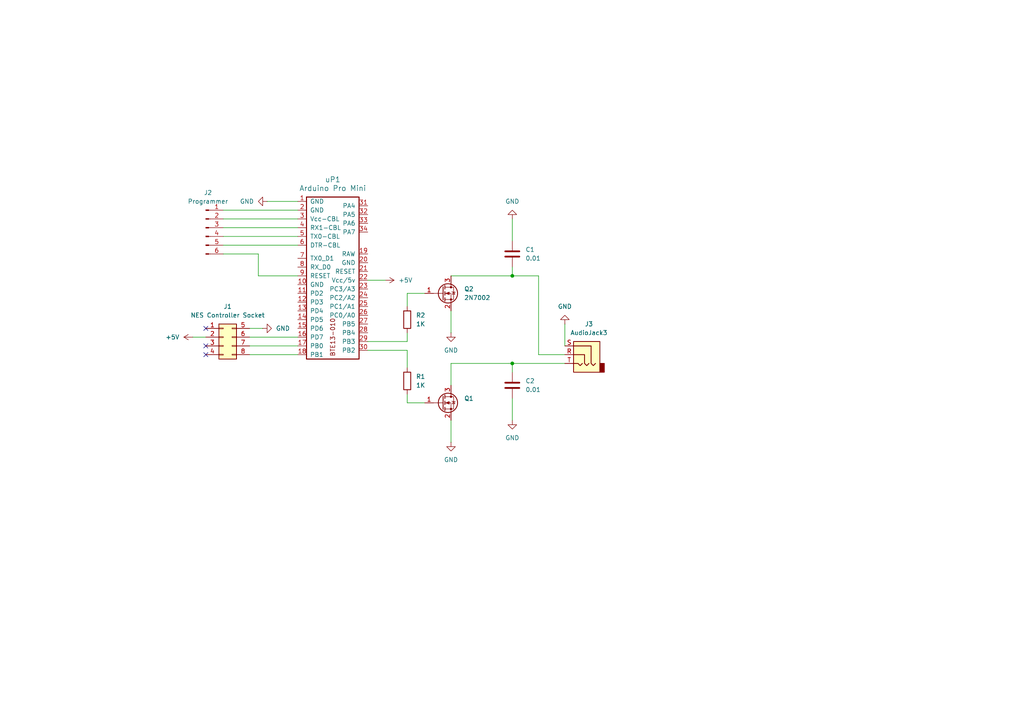
<source format=kicad_sch>
(kicad_sch (version 20231120) (generator "eeschema") (generator_version "8.0")
  (paper "A4")
  (lib_symbols
    (symbol "Connector:Conn_01x06_Pin" (pin_names (offset 1.016) hide)
      (property "Reference" "J" (at 0 7.62 0))
      (property "Value" "Conn_01x06_Pin" (at 0 -10.16 0))
      (symbol "Conn_01x06_Pin_1_1"
        (polyline (pts (xy 1.27 -7.62) (xy 0.8636 -7.62)) (stroke (width 0.1524)))
        (polyline (pts (xy 1.27 -5.08) (xy 0.8636 -5.08)) (stroke (width 0.1524)))
        (polyline (pts (xy 1.27 -2.54) (xy 0.8636 -2.54)) (stroke (width 0.1524)))
        (polyline (pts (xy 1.27 0) (xy 0.8636 0)) (stroke (width 0.1524)))
        (polyline (pts (xy 1.27 2.54) (xy 0.8636 2.54)) (stroke (width 0.1524)))
        (polyline (pts (xy 1.27 5.08) (xy 0.8636 5.08)) (stroke (width 0.1524)))
        (rectangle (start 0.8636 -7.493) (end 0 -7.747) (stroke (width 0.1524)) (fill (type outline)))
        (rectangle (start 0.8636 -4.953) (end 0 -5.207) (stroke (width 0.1524)) (fill (type outline)))
        (rectangle (start 0.8636 -2.413) (end 0 -2.667) (stroke (width 0.1524)) (fill (type outline)))
        (rectangle (start 0.8636 0.127) (end 0 -0.127) (stroke (width 0.1524)) (fill (type outline)))
        (rectangle (start 0.8636 2.667) (end 0 2.413) (stroke (width 0.1524)) (fill (type outline)))
        (rectangle (start 0.8636 5.207) (end 0 4.953) (stroke (width 0.1524)) (fill (type outline)))
        (pin passive line (at 5.08 5.08 180) (length 3.81) (name "Pin_1") (number "1"))
        (pin passive line (at 5.08 2.54 180) (length 3.81) (name "Pin_2") (number "2"))
        (pin passive line (at 5.08 0 180) (length 3.81) (name "Pin_3") (number "3"))
        (pin passive line (at 5.08 -2.54 180) (length 3.81) (name "Pin_4") (number "4"))
        (pin passive line (at 5.08 -5.08 180) (length 3.81) (name "Pin_5") (number "5"))
        (pin passive line (at 5.08 -7.62 180) (length 3.81) (name "Pin_6") (number "6"))
      )
    )
    (symbol "Connector_Audio:AudioJack3"
      (property "Reference" "J" (at 0 8.89 0))
      (property "Value" "AudioJack3" (at 0 6.35 0))
      (symbol "AudioJack3_0_1"
        (rectangle (start -5.08 -5.08) (end -6.35 -2.54) (stroke (width 0.254)) (fill (type outline)))
        (polyline (pts (xy 0 -2.54) (xy 0.635 -3.175) (xy 1.27 -2.54) (xy 2.54 -2.54)) (stroke (width 0.254)))
        (polyline (pts (xy -1.905 -2.54) (xy -1.27 -3.175) (xy -0.635 -2.54) (xy -0.635 0) (xy 2.54 0)) (stroke (width 0.254)))
        (polyline (pts (xy 2.54 2.54) (xy -2.54 2.54) (xy -2.54 -2.54) (xy -3.175 -3.175) (xy -3.81 -2.54)) (stroke (width 0.254)))
        (rectangle (start 2.54 3.81) (end -5.08 -5.08) (stroke (width 0.254)) (fill (type background)))
      )
      (symbol "AudioJack3_1_1"
        (pin passive line (at 5.08 0 180) (length 2.54) (name "~") (number "R"))
        (pin passive line (at 5.08 2.54 180) (length 2.54) (name "~") (number "S"))
        (pin passive line (at 5.08 -2.54 180) (length 2.54) (name "~") (number "T"))
      )
    )
    (symbol "Connector_Generic:Conn_02x04_Top_Bottom" (pin_names (offset 1.016) hide)
      (property "Reference" "J" (at 1.27 5.08 0))
      (property "Value" "Conn_02x04_Top_Bottom" (at 1.27 -7.62 0))
      (symbol "Conn_02x04_Top_Bottom_1_1"
        (rectangle (start -1.27 -4.953) (end 0 -5.207) (stroke (width 0.1524)))
        (rectangle (start -1.27 -2.413) (end 0 -2.667) (stroke (width 0.1524)))
        (rectangle (start -1.27 0.127) (end 0 -0.127) (stroke (width 0.1524)))
        (rectangle (start -1.27 2.667) (end 0 2.413) (stroke (width 0.1524)))
        (rectangle (start -1.27 3.81) (end 3.81 -6.35) (stroke (width 0.254)) (fill (type background)))
        (rectangle (start 3.81 -4.953) (end 2.54 -5.207) (stroke (width 0.1524)))
        (rectangle (start 3.81 -2.413) (end 2.54 -2.667) (stroke (width 0.1524)))
        (rectangle (start 3.81 0.127) (end 2.54 -0.127) (stroke (width 0.1524)))
        (rectangle (start 3.81 2.667) (end 2.54 2.413) (stroke (width 0.1524)))
        (pin passive line (at -5.08 2.54 0) (length 3.81) (name "Pin_1") (number "1"))
        (pin passive line (at -5.08 0 0) (length 3.81) (name "Pin_2") (number "2"))
        (pin passive line (at -5.08 -2.54 0) (length 3.81) (name "Pin_3") (number "3"))
        (pin passive line (at -5.08 -5.08 0) (length 3.81) (name "Pin_4") (number "4"))
        (pin passive line (at 7.62 2.54 180) (length 3.81) (name "Pin_5") (number "5"))
        (pin passive line (at 7.62 0 180) (length 3.81) (name "Pin_6") (number "6"))
        (pin passive line (at 7.62 -2.54 180) (length 3.81) (name "Pin_7") (number "7"))
        (pin passive line (at 7.62 -5.08 180) (length 3.81) (name "Pin_8") (number "8"))
      )
    )
    (symbol "Device:C" (pin_numbers hide) (pin_names (offset 0.254))
      (property "Reference" "C" (at 0.635 2.54 0))
      (property "Value" "C" (at 0.635 -2.54 0))
      (symbol "C_0_1"
        (polyline (pts (xy -2.032 -0.762) (xy 2.032 -0.762)) (stroke (width 0.508)))
        (polyline (pts (xy -2.032 0.762) (xy 2.032 0.762)) (stroke (width 0.508)))
      )
      (symbol "C_1_1"
        (pin passive line (at 0 3.81 270) (length 2.794) (name "~") (number "1"))
        (pin passive line (at 0 -3.81 90) (length 2.794) (name "~") (number "2"))
      )
    )
    (symbol "Device:R" (pin_numbers hide) (pin_names (offset 0))
      (property "Reference" "R" (at 2.032 0 90))
      (property "Value" "R" (at 0 0 90))
      (symbol "R_0_1"
        (rectangle (start -1.016 -2.54) (end 1.016 2.54) (stroke (width 0.254)))
      )
      (symbol "R_1_1"
        (pin passive line (at 0 3.81 270) (length 1.27) (name "~") (number "1"))
        (pin passive line (at 0 -3.81 90) (length 1.27) (name "~") (number "2"))
      )
    )
    (symbol "Transistor_FET:2N7002" (pin_names hide)
      (property "Reference" "Q" (at 5.08 1.905 0))
      (property "Value" "2N7002" (at 5.08 0 0))
      (symbol "2N7002_0_1"
        (polyline (pts (xy 0.254 0) (xy -2.54 0)))
        (polyline (pts (xy 0.254 1.905) (xy 0.254 -1.905)) (stroke (width 0.254)))
        (polyline (pts (xy 0.762 -1.27) (xy 0.762 -2.286)) (stroke (width 0.254)))
        (polyline (pts (xy 0.762 0.508) (xy 0.762 -0.508)) (stroke (width 0.254)))
        (polyline (pts (xy 0.762 2.286) (xy 0.762 1.27)) (stroke (width 0.254)))
        (polyline (pts (xy 2.54 2.54) (xy 2.54 1.778)))
        (polyline (pts (xy 2.54 -2.54) (xy 2.54 0) (xy 0.762 0)))
        (polyline (pts (xy 0.762 -1.778) (xy 3.302 -1.778) (xy 3.302 1.778) (xy 0.762 1.778)))
        (polyline (pts (xy 1.016 0) (xy 2.032 0.381) (xy 2.032 -0.381) (xy 1.016 0)) (fill (type outline)))
        (polyline (pts (xy 2.794 0.508) (xy 2.921 0.381) (xy 3.683 0.381) (xy 3.81 0.254)))
        (polyline (pts (xy 3.302 0.381) (xy 2.921 -0.254) (xy 3.683 -0.254) (xy 3.302 0.381)))
        (circle (center 1.651 0) (radius 2.794) (stroke (width 0.254)))
        (circle (center 2.54 -1.778) (radius 0.254) (fill (type outline)))
        (circle (center 2.54 1.778) (radius 0.254) (fill (type outline)))
      )
      (symbol "2N7002_1_1"
        (pin input line (at -5.08 0 0) (length 2.54) (name "G") (number "1"))
        (pin passive line (at 2.54 -5.08 90) (length 2.54) (name "S") (number "2"))
        (pin passive line (at 2.54 5.08 270) (length 2.54) (name "D") (number "3"))
      )
    )
    (symbol "j_ProcessorBoards:ProMini2" (pin_names (offset 1.016))
      (property "Reference" "uP" (at -12.7 -8.89 0))
      (property "Value" "ProMini2" (at -15.24 -58.42 0))
      (symbol "ProMini2_0_1"
        (rectangle (start -22.86 -10.16) (end -7.62 -57.15) (stroke (width 0.3048)))
      )
      (symbol "ProMini2_1_0"
        (text "BTE13-010" (at -15.24 -50.8 900) (effects (font (size 1.27 1.27))))
      )
      (symbol "ProMini2_1_1"
        (pin input line (at -25.4 -11.43 0) (length 2.54) (name "GND") (number "1"))
        (pin input line (at -25.4 -35.56 0) (length 2.54) (name "GND") (number "10"))
        (pin bidirectional line (at -25.4 -38.1 0) (length 2.54) (name "PD2") (number "11"))
        (pin bidirectional line (at -25.4 -40.64 0) (length 2.54) (name "PD3") (number "12"))
        (pin bidirectional line (at -25.4 -43.18 0) (length 2.54) (name "PD4") (number "13"))
        (pin bidirectional line (at -25.4 -45.72 0) (length 2.54) (name "PD5") (number "14"))
        (pin bidirectional line (at -25.4 -48.26 0) (length 2.54) (name "PD6") (number "15"))
        (pin bidirectional line (at -25.4 -50.8 0) (length 2.54) (name "PD7") (number "16"))
        (pin bidirectional line (at -25.4 -53.34 0) (length 2.54) (name "PB0") (number "17"))
        (pin bidirectional line (at -25.4 -55.88 0) (length 2.54) (name "PB1") (number "18"))
        (pin input line (at -5.08 -26.67 180) (length 2.54) (name "RAW") (number "19"))
        (pin input line (at -25.4 -13.97 0) (length 2.54) (name "GND") (number "2"))
        (pin input line (at -5.08 -29.21 180) (length 2.54) (name "GND") (number "20"))
        (pin input line (at -5.08 -31.75 180) (length 2.54) (name "RESET") (number "21"))
        (pin input line (at -5.08 -34.29 180) (length 2.54) (name "Vcc/5v") (number "22"))
        (pin bidirectional line (at -5.08 -36.83 180) (length 2.54) (name "PC3/A3") (number "23"))
        (pin bidirectional line (at -5.08 -39.37 180) (length 2.54) (name "PC2/A2") (number "24"))
        (pin bidirectional line (at -5.08 -41.91 180) (length 2.54) (name "PC1/A1") (number "25"))
        (pin bidirectional line (at -5.08 -44.45 180) (length 2.54) (name "PC0/A0") (number "26"))
        (pin bidirectional line (at -5.08 -46.99 180) (length 2.54) (name "PB5") (number "27"))
        (pin bidirectional line (at -5.08 -49.53 180) (length 2.54) (name "PB4") (number "28"))
        (pin bidirectional line (at -5.08 -52.07 180) (length 2.54) (name "PB3") (number "29"))
        (pin power_in line (at -25.4 -16.51 0) (length 2.54) (name "Vcc-CBL") (number "3"))
        (pin bidirectional line (at -5.08 -54.61 180) (length 2.54) (name "PB2") (number "30"))
        (pin bidirectional line (at -5.08 -12.7 180) (length 2.54) (name "PA4") (number "31"))
        (pin bidirectional line (at -5.08 -15.24 180) (length 2.54) (name "PA5") (number "32"))
        (pin bidirectional line (at -5.08 -17.78 180) (length 2.54) (name "PA6") (number "33"))
        (pin bidirectional line (at -5.08 -20.32 180) (length 2.54) (name "PA7") (number "34"))
        (pin bidirectional line (at -25.4 -19.05 0) (length 2.54) (name "RX1-CBL") (number "4"))
        (pin bidirectional line (at -25.4 -21.59 0) (length 2.54) (name "TX0-CBL") (number "5"))
        (pin bidirectional line (at -25.4 -24.13 0) (length 2.54) (name "DTR-CBL") (number "6"))
        (pin bidirectional line (at -25.4 -27.94 0) (length 2.54) (name "TX0_D1") (number "7"))
        (pin bidirectional line (at -25.4 -30.48 0) (length 2.54) (name "RX_D0") (number "8"))
        (pin input line (at -25.4 -33.02 0) (length 2.54) (name "RESET") (number "9"))
      )
    )
    (symbol "power:+5V" (power) (pin_numbers hide) (pin_names (offset 0) hide)
      (property "Value" "+5V" (at 0 3.556 0))
      (symbol "+5V_0_1"
        (polyline (pts (xy -0.762 1.27) (xy 0 2.54)))
        (polyline (pts (xy 0 0) (xy 0 2.54)))
        (polyline (pts (xy 0 2.54) (xy 0.762 1.27)))
      )
      (symbol "+5V_1_1"
        (pin power_in line (at 0 0 90) (length 0) (name "~") (number "1"))
      )
    )
    (symbol "power:GND" (power) (pin_numbers hide) (pin_names (offset 0) hide)
      (property "Value" "GND" (at 0 -3.81 0))
      (symbol "GND_0_1"
        (polyline (pts (xy 0 0) (xy 0 -1.27) (xy 1.27 -1.27) (xy 0 -2.54) (xy -1.27 -1.27) (xy 0 -1.27)))
      )
      (symbol "GND_1_1"
        (pin power_in line (at 0 0 270) (length 0) (name "~") (number "1"))
      )
    )
  )
  (junction (at 148.59 105.41))
  (junction (at 148.59 80.01))
  (no_connect (at 59.69 100.33))
  (no_connect (at 59.69 95.25))
  (no_connect (at 59.69 102.87))
  (wire (pts (xy 130.81 105.41) (xy 130.81 111.76)))
  (wire (pts (xy 148.59 105.41) (xy 163.83 105.41)))
  (wire (pts (xy 130.81 121.92) (xy 130.81 128.27)))
  (wire (pts (xy 148.59 80.01) (xy 156.21 80.01)))
  (wire (pts (xy 118.11 96.52) (xy 118.11 99.06)))
  (wire (pts (xy 148.59 63.5) (xy 148.59 69.85)))
  (wire (pts (xy 74.93 80.01) (xy 86.36 80.01)))
  (wire (pts (xy 156.21 80.01) (xy 156.21 102.87)))
  (wire (pts (xy 163.83 93.98) (xy 163.83 100.33)))
  (wire (pts (xy 72.39 102.87) (xy 86.36 102.87)))
  (wire (pts (xy 106.68 101.6) (xy 118.11 101.6)))
  (wire (pts (xy 106.68 81.28) (xy 111.76 81.28)))
  (wire (pts (xy 64.77 60.96) (xy 86.36 60.96)))
  (wire (pts (xy 130.81 90.17) (xy 130.81 96.52)))
  (wire (pts (xy 64.77 66.04) (xy 86.36 66.04)))
  (wire (pts (xy 72.39 97.79) (xy 86.36 97.79)))
  (wire (pts (xy 77.47 58.42) (xy 86.36 58.42)))
  (wire (pts (xy 118.11 101.6) (xy 118.11 106.68)))
  (wire (pts (xy 148.59 77.47) (xy 148.59 80.01)))
  (wire (pts (xy 118.11 114.3) (xy 118.11 116.84)))
  (wire (pts (xy 74.93 73.66) (xy 74.93 80.01)))
  (wire (pts (xy 130.81 105.41) (xy 148.59 105.41)))
  (wire (pts (xy 64.77 73.66) (xy 74.93 73.66)))
  (wire (pts (xy 118.11 85.09) (xy 118.11 88.9)))
  (wire (pts (xy 106.68 99.06) (xy 118.11 99.06)))
  (wire (pts (xy 72.39 100.33) (xy 86.36 100.33)))
  (wire (pts (xy 130.81 80.01) (xy 148.59 80.01)))
  (wire (pts (xy 64.77 63.5) (xy 86.36 63.5)))
  (wire (pts (xy 148.59 115.57) (xy 148.59 121.92)))
  (wire (pts (xy 55.88 97.79) (xy 59.69 97.79)))
  (wire (pts (xy 156.21 102.87) (xy 163.83 102.87)))
  (wire (pts (xy 118.11 85.09) (xy 123.19 85.09)))
  (wire (pts (xy 64.77 68.58) (xy 86.36 68.58)))
  (wire (pts (xy 118.11 116.84) (xy 123.19 116.84)))
  (wire (pts (xy 72.39 95.25) (xy 76.2 95.25)))
  (wire (pts (xy 148.59 105.41) (xy 148.59 107.95)))
  (wire (pts (xy 64.77 71.12) (xy 86.36 71.12)))
  (symbol (lib_id "Device:C") (at 148.59 111.76 0) (unit 1)
    (property "Reference" "C2" (at 152.4 110.4899 0) (effects (justify left)))
    (property "Value" "0.01" (at 152.4 113.0299 0) (effects (justify left)))
    (property "Description" "Unpolarized capacitor" (effects (hide yes)))
  )
  (symbol (lib_id "power:GND") (at 76.2 95.25 90) (unit 1)
    (property "Reference" "#PWR02" (effects (hide yes)))
    (property "Value" "GND" (at 80.01 95.2499 90) (effects (justify right)))
    (property "Description" "Power symbol creates a global label with name \"GND\" , ground" (effects (hide yes)))
  )
  (symbol (lib_id "Connector_Generic:Conn_02x04_Top_Bottom") (at 64.77 97.79 0) (unit 1)
    (property "Reference" "J1" (at 66.04 88.9 0))
    (property "Value" "NES Controller Socket" (at 66.04 91.44 0))
    (property "Description" "Generic connector, double row, 02x04, top/bottom pin numbering scheme (row 1: 1...pins_per_row, row2: pins_per_row+1 ... num_pins), script generated (kicad-library-utils/schlib/autogen/connector/)" (effects (hide yes)))
  )
  (symbol (lib_id "j_ProcessorBoards:ProMini2") (at 111.76 46.99 0) (unit 1)
    (property "Reference" "uP1" (at 96.52 52.07 0) (effects (font (size 1.524 1.524))))
    (property "Value" "Arduino Pro Mini" (at 96.52 54.61 0) (effects (font (size 1.524 1.524))))
    (property "Description" "BTE13 board.  Pin numbers:  top 1 to 6,  down left 7 - 18,  down right 19 to ...." (effects (hide yes)))
  )
  (symbol (lib_id "Device:R") (at 118.11 92.71 0) (unit 1)
    (property "Reference" "R2" (at 120.65 91.4399 0) (effects (justify left)))
    (property "Value" "1K" (at 120.65 93.9799 0) (effects (justify left)))
    (property "Description" "Resistor" (effects (hide yes)))
  )
  (symbol (lib_id "power:GND") (at 130.81 128.27 0) (unit 1)
    (property "Reference" "#PWR06" (effects (hide yes)))
    (property "Value" "GND" (at 130.81 133.35 0))
    (property "Description" "Power symbol creates a global label with name \"GND\" , ground" (effects (hide yes)))
  )
  (symbol (lib_id "Connector:Conn_01x06_Pin") (at 59.69 66.04 0) (unit 1)
    (property "Reference" "J2" (at 60.325 55.88 0))
    (property "Value" "Programmer" (at 60.325 58.42 0))
    (property "Description" "Generic connector, single row, 01x06, script generated" (effects (hide yes)))
  )
  (symbol (lib_id "power:GND") (at 77.47 58.42 270) (unit 1)
    (property "Reference" "#PWR03" (effects (hide yes)))
    (property "Value" "GND" (at 73.66 58.4199 90) (effects (justify right)))
    (property "Description" "Power symbol creates a global label with name \"GND\" , ground" (effects (hide yes)))
  )
  (symbol (lib_id "Connector_Audio:AudioJack3") (at 168.91 102.87 0) (mirror y) (unit 1)
    (property "Reference" "J3" (at 170.815 93.98 0))
    (property "Value" "AudioJack3" (at 170.815 96.52 0))
    (property "Description" "Audio Jack, 3 Poles (Stereo / TRS)" (effects (hide yes)))
  )
  (symbol (lib_id "Transistor_FET:2N7002") (at 128.27 116.84 0) (unit 1)
    (property "Reference" "Q1" (at 134.62 115.5699 0) (effects (justify left)))
    (property "Value" "2N7002" (effects (hide yes)))
    (property "Footprint" "Package_TO_SOT_SMD:SOT-23" (effects (hide yes)))
    (property "Datasheet" "https://www.onsemi.com/pub/Collateral/NDS7002A-D.PDF" (effects (hide yes)))
    (property "Description" "0.115A Id, 60V Vds, N-Channel MOSFET, SOT-23" (effects (hide yes)))
  )
  (symbol (lib_id "power:+5V") (at 55.88 97.79 90) (unit 1)
    (property "Reference" "#PWR01" (effects (hide yes)))
    (property "Value" "+5V" (at 52.07 97.7899 90) (effects (justify left)))
    (property "Description" "Power symbol creates a global label with name \"+5V\"" (effects (hide yes)))
  )
  (symbol (lib_id "Device:C") (at 148.59 73.66 0) (unit 1)
    (property "Reference" "C1" (at 152.4 72.3899 0) (effects (justify left)))
    (property "Value" "0.01" (at 152.4 74.9299 0) (effects (justify left)))
    (property "Description" "Unpolarized capacitor" (effects (hide yes)))
  )
  (symbol (lib_id "power:GND") (at 163.83 93.98 0) (mirror x) (unit 1)
    (property "Reference" "#PWR05" (effects (hide yes)))
    (property "Value" "GND" (at 163.83 88.9 0))
    (property "Description" "Power symbol creates a global label with name \"GND\" , ground" (effects (hide yes)))
  )
  (symbol (lib_id "power:GND") (at 148.59 121.92 0) (unit 1)
    (property "Reference" "#PWR09" (effects (hide yes)))
    (property "Value" "GND" (at 148.59 127 0))
    (property "Description" "Power symbol creates a global label with name \"GND\" , ground" (effects (hide yes)))
  )
  (symbol (lib_id "power:+5V") (at 111.76 81.28 270) (unit 1)
    (property "Reference" "#PWR04" (effects (hide yes)))
    (property "Value" "+5V" (at 115.57 81.2799 90) (effects (justify left)))
    (property "Description" "Power symbol creates a global label with name \"+5V\"" (effects (hide yes)))
  )
  (symbol (lib_id "power:GND") (at 148.59 63.5 0) (mirror x) (unit 1)
    (property "Reference" "#PWR08" (effects (hide yes)))
    (property "Value" "GND" (at 148.59 58.42 0))
    (property "Description" "Power symbol creates a global label with name \"GND\" , ground" (effects (hide yes)))
  )
  (symbol (lib_id "Device:R") (at 118.11 110.49 0) (unit 1)
    (property "Reference" "R1" (at 120.65 109.2199 0) (effects (justify left)))
    (property "Value" "1K" (at 120.65 111.7599 0) (effects (justify left)))
    (property "Description" "Resistor" (effects (hide yes)))
  )
  (symbol (lib_id "Transistor_FET:2N7002") (at 128.27 85.09 0) (unit 1)
    (property "Reference" "Q2" (at 134.62 83.8199 0) (effects (justify left)))
    (property "Value" "2N7002" (at 134.62 86.3599 0) (effects (justify left)))
    (property "Footprint" "Package_TO_SOT_SMD:SOT-23" (effects (hide yes)))
    (property "Datasheet" "https://www.onsemi.com/pub/Collateral/NDS7002A-D.PDF" (effects (hide yes)))
    (property "Description" "0.115A Id, 60V Vds, N-Channel MOSFET, SOT-23" (effects (hide yes)))
  )
  (symbol (lib_id "power:GND") (at 130.81 96.52 0) (unit 1)
    (property "Reference" "#PWR07" (effects (hide yes)))
    (property "Value" "GND" (at 130.81 101.6 0))
    (property "Description" "Power symbol creates a global label with name \"GND\" , ground" (effects (hide yes)))
  )
)
</source>
